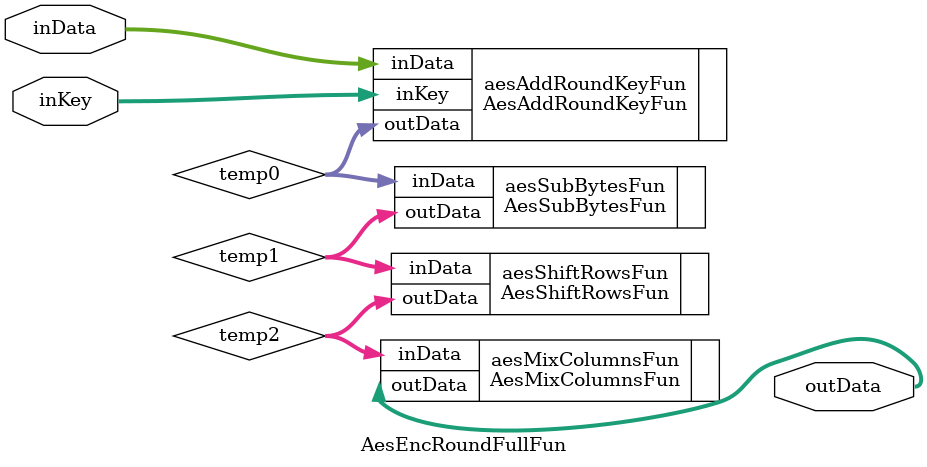
<source format=v>
module AesEncRoundFullFun (
	input	wire	[127:0]	inData,	
    input	wire	[127:0]	inKey,	
	output	wire	[127:0]	outData 
);    
	
wire [127:0] temp0;
wire [127:0] temp1;
wire [127:0] temp2;
	
AesAddRoundKeyFun 	aesAddRoundKeyFun 	(.inData(inData), .inKey(inKey), .outData(temp0));
AesSubBytesFun 		aesSubBytesFun 		(.inData(temp0), .outData(temp1));
AesShiftRowsFun 	aesShiftRowsFun		(.inData(temp1), .outData(temp2));
AesMixColumnsFun	aesMixColumnsFun	(.inData(temp2), .outData(outData));

endmodule 
</source>
